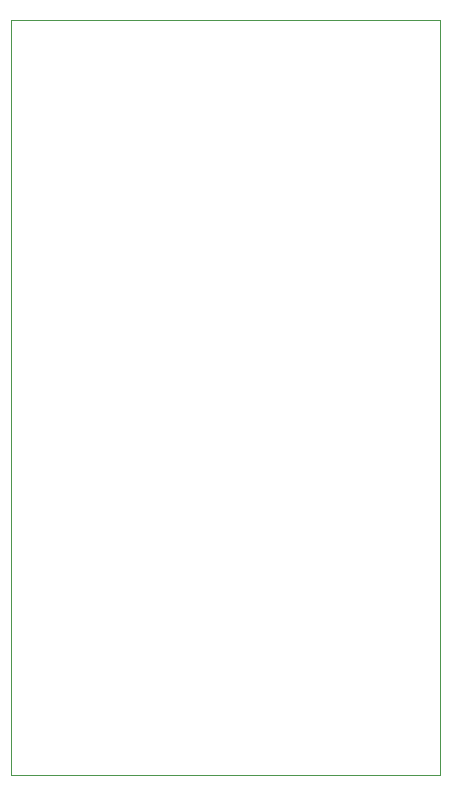
<source format=gbr>
G04 #@! TF.FileFunction,Profile,NP*
%FSLAX46Y46*%
G04 Gerber Fmt 4.6, Leading zero omitted, Abs format (unit mm)*
G04 Created by KiCad (PCBNEW 4.0.5) date 02/27/17 15:44:33*
%MOMM*%
%LPD*%
G01*
G04 APERTURE LIST*
%ADD10C,0.200000*%
%ADD11C,0.100000*%
G04 APERTURE END LIST*
D10*
D11*
X0Y64000000D02*
X36300000Y64000000D01*
X0Y0D02*
X0Y64000000D01*
X36300000Y0D02*
X0Y0D01*
X36300000Y64000000D02*
X36300000Y0D01*
M02*

</source>
